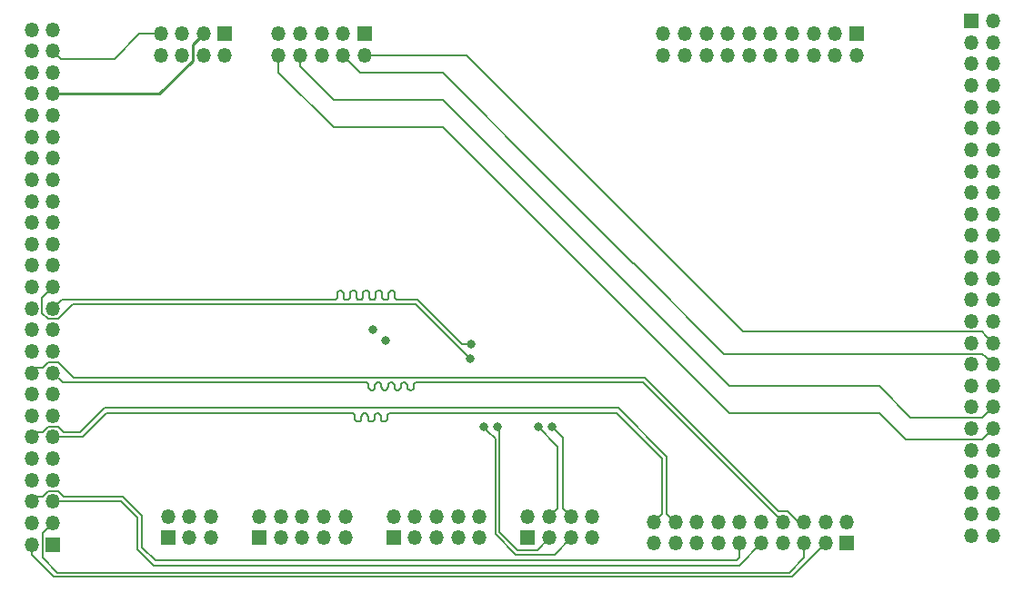
<source format=gbr>
G04 #@! TF.GenerationSoftware,KiCad,Pcbnew,(5.1.2)-1*
G04 #@! TF.CreationDate,2019-06-05T20:45:29-04:00*
G04 #@! TF.ProjectId,riser,72697365-722e-46b6-9963-61645f706362,rev?*
G04 #@! TF.SameCoordinates,Original*
G04 #@! TF.FileFunction,Copper,L3,Inr*
G04 #@! TF.FilePolarity,Positive*
%FSLAX46Y46*%
G04 Gerber Fmt 4.6, Leading zero omitted, Abs format (unit mm)*
G04 Created by KiCad (PCBNEW (5.1.2)-1) date 2019-06-05 20:45:29*
%MOMM*%
%LPD*%
G04 APERTURE LIST*
%ADD10O,1.350000X1.350000*%
%ADD11R,1.350000X1.350000*%
%ADD12C,0.800000*%
%ADD13C,0.200000*%
%ADD14C,0.250000*%
G04 APERTURE END LIST*
D10*
X93300000Y-71600000D03*
X95300000Y-71600000D03*
X93300000Y-73600000D03*
X95300000Y-73600000D03*
X93300000Y-75600000D03*
X95300000Y-75600000D03*
X93300000Y-77600000D03*
X95300000Y-77600000D03*
X93300000Y-79600000D03*
X95300000Y-79600000D03*
X93300000Y-81600000D03*
X95300000Y-81600000D03*
X93300000Y-83600000D03*
X95300000Y-83600000D03*
X93300000Y-85600000D03*
X95300000Y-85600000D03*
X93300000Y-87600000D03*
X95300000Y-87600000D03*
X93300000Y-89600000D03*
X95300000Y-89600000D03*
X93300000Y-91600000D03*
X95300000Y-91600000D03*
X93300000Y-93600000D03*
X95300000Y-93600000D03*
X93300000Y-95600000D03*
X95300000Y-95600000D03*
X93300000Y-97600000D03*
X95300000Y-97600000D03*
X93300000Y-99600000D03*
X95300000Y-99600000D03*
X93300000Y-101600000D03*
X95300000Y-101600000D03*
X93300000Y-103600000D03*
X95300000Y-103600000D03*
X93300000Y-105600000D03*
X95300000Y-105600000D03*
X93300000Y-107600000D03*
X95300000Y-107600000D03*
X93300000Y-109600000D03*
X95300000Y-109600000D03*
X93300000Y-111600000D03*
X95300000Y-111600000D03*
X93300000Y-113600000D03*
X95300000Y-113600000D03*
X93300000Y-115600000D03*
X95300000Y-115600000D03*
X93300000Y-117600000D03*
X95300000Y-117600000D03*
X93300000Y-119600000D03*
D11*
X95300000Y-119600000D03*
D10*
X182800000Y-118800000D03*
X180800000Y-118800000D03*
X182800000Y-116800000D03*
X180800000Y-116800000D03*
X182800000Y-114800000D03*
X180800000Y-114800000D03*
X182800000Y-112800000D03*
X180800000Y-112800000D03*
X182800000Y-110800000D03*
X180800000Y-110800000D03*
X182800000Y-108800000D03*
X180800000Y-108800000D03*
X182800000Y-106800000D03*
X180800000Y-106800000D03*
X182800000Y-104800000D03*
X180800000Y-104800000D03*
X182800000Y-102800000D03*
X180800000Y-102800000D03*
X182800000Y-100800000D03*
X180800000Y-100800000D03*
X182800000Y-98800000D03*
X180800000Y-98800000D03*
X182800000Y-96800000D03*
X180800000Y-96800000D03*
X182800000Y-94800000D03*
X180800000Y-94800000D03*
X182800000Y-92800000D03*
X180800000Y-92800000D03*
X182800000Y-90800000D03*
X180800000Y-90800000D03*
X182800000Y-88800000D03*
X180800000Y-88800000D03*
X182800000Y-86800000D03*
X180800000Y-86800000D03*
X182800000Y-84800000D03*
X180800000Y-84800000D03*
X182800000Y-82800000D03*
X180800000Y-82800000D03*
X182800000Y-80800000D03*
X180800000Y-80800000D03*
X182800000Y-78800000D03*
X180800000Y-78800000D03*
X182800000Y-76800000D03*
X180800000Y-76800000D03*
X182800000Y-74800000D03*
X180800000Y-74800000D03*
X182800000Y-72800000D03*
X180800000Y-72800000D03*
X182800000Y-70800000D03*
D11*
X180800000Y-70800000D03*
D10*
X145500000Y-117000000D03*
X145500000Y-119000000D03*
X143500000Y-117000000D03*
X143500000Y-119000000D03*
X141500000Y-117000000D03*
X141500000Y-119000000D03*
X139500000Y-117000000D03*
D11*
X139500000Y-119000000D03*
D10*
X122500000Y-117000000D03*
X122500000Y-119000000D03*
X120500000Y-117000000D03*
X120500000Y-119000000D03*
X118500000Y-117000000D03*
X118500000Y-119000000D03*
X116500000Y-117000000D03*
X116500000Y-119000000D03*
X114500000Y-117000000D03*
D11*
X114500000Y-119000000D03*
D10*
X135000000Y-117000000D03*
X135000000Y-119000000D03*
X133000000Y-117000000D03*
X133000000Y-119000000D03*
X131000000Y-117000000D03*
X131000000Y-119000000D03*
X129000000Y-117000000D03*
X129000000Y-119000000D03*
X127000000Y-117000000D03*
D11*
X127000000Y-119000000D03*
D10*
X105300000Y-74000000D03*
X105300000Y-72000000D03*
X107300000Y-74000000D03*
X107300000Y-72000000D03*
X109300000Y-74000000D03*
X109300000Y-72000000D03*
X111300000Y-74000000D03*
D11*
X111300000Y-72000000D03*
D10*
X116300000Y-74000000D03*
X116300000Y-72000000D03*
X118300000Y-74000000D03*
X118300000Y-72000000D03*
X120300000Y-74000000D03*
X120300000Y-72000000D03*
X122300000Y-74000000D03*
X122300000Y-72000000D03*
X124300000Y-74000000D03*
D11*
X124300000Y-72000000D03*
D10*
X152100000Y-74000000D03*
X152100000Y-72000000D03*
X154100000Y-74000000D03*
X154100000Y-72000000D03*
X156100000Y-74000000D03*
X156100000Y-72000000D03*
X158100000Y-74000000D03*
X158100000Y-72000000D03*
X160100000Y-74000000D03*
X160100000Y-72000000D03*
X162100000Y-74000000D03*
X162100000Y-72000000D03*
X164100000Y-74000000D03*
X164100000Y-72000000D03*
X166100000Y-74000000D03*
X166100000Y-72000000D03*
X168100000Y-74000000D03*
X168100000Y-72000000D03*
X170100000Y-74000000D03*
D11*
X170100000Y-72000000D03*
D10*
X110000000Y-117000000D03*
X110000000Y-119000000D03*
X108000000Y-117000000D03*
X108000000Y-119000000D03*
X106000000Y-117000000D03*
D11*
X106000000Y-119000000D03*
D10*
X151220040Y-117494080D03*
X151220040Y-119494080D03*
X153220040Y-117494080D03*
X153220040Y-119494080D03*
X155220040Y-117494080D03*
X155220040Y-119494080D03*
X157220040Y-117494080D03*
X157220040Y-119494080D03*
X159220040Y-117494080D03*
X159220040Y-119494080D03*
X161220040Y-117494080D03*
X161220040Y-119494080D03*
X163220040Y-117494080D03*
X163220040Y-119494080D03*
X165220040Y-117494080D03*
X165220040Y-119494080D03*
X167220040Y-117494080D03*
X167220040Y-119494080D03*
X169220040Y-117494080D03*
D11*
X169220040Y-119494080D03*
D12*
X125070000Y-99600002D03*
X126230000Y-100600000D03*
X141720000Y-108640000D03*
X140450000Y-108640000D03*
X136640000Y-108640000D03*
X134213982Y-100906018D03*
X135370000Y-108640000D03*
X134100000Y-102290000D03*
D13*
X105300000Y-72000000D02*
X103340000Y-72000000D01*
X103340000Y-72000000D02*
X100980000Y-74360000D01*
X96060000Y-74360000D02*
X95300000Y-73600000D01*
X100980000Y-74360000D02*
X96060000Y-74360000D01*
D14*
X105180002Y-77600000D02*
X95300000Y-77600000D01*
X108300000Y-74480002D02*
X105180002Y-77600000D01*
X109300000Y-72000000D02*
X108300000Y-73000000D01*
X108300000Y-73000000D02*
X108300000Y-74480002D01*
D13*
X93300000Y-120554594D02*
X93300000Y-119600000D01*
X95370396Y-122624990D02*
X93300000Y-120554594D01*
X167220040Y-119494080D02*
X164089130Y-122624990D01*
X95370000Y-122624990D02*
X132750917Y-122624990D01*
X132750917Y-122624990D02*
X164099130Y-122624990D01*
X95694979Y-122224979D02*
X94324999Y-120854999D01*
X94324999Y-120854999D02*
X94324999Y-118575001D01*
X94324999Y-118575001D02*
X95300000Y-117600000D01*
X165220040Y-119494080D02*
X165220040Y-120857683D01*
X165220040Y-120857683D02*
X163852744Y-122224979D01*
X131209653Y-122224979D02*
X95690000Y-122224979D01*
X163862744Y-122224979D02*
X131209653Y-122224979D01*
X161220040Y-119494080D02*
X160770040Y-119944080D01*
X95300000Y-116175008D02*
X95300000Y-115600000D01*
X104669800Y-121565000D02*
X103141000Y-120036200D01*
X161220040Y-119494080D02*
X159149120Y-121565000D01*
X101625800Y-115600000D02*
X95300000Y-115600000D01*
X159149120Y-121565000D02*
X104669800Y-121565000D01*
X103141000Y-117115200D02*
X101625800Y-115600000D01*
X103141000Y-120036200D02*
X103141000Y-117115200D01*
X159220040Y-119494080D02*
X158663042Y-119494080D01*
X104856200Y-121115000D02*
X103591000Y-119849800D01*
X159220040Y-120857683D02*
X158962723Y-121115000D01*
X103591000Y-116928800D02*
X101812200Y-115150000D01*
X159220040Y-119494080D02*
X159220040Y-120857683D01*
X101812200Y-115150000D02*
X96293002Y-115150000D01*
X103591000Y-119849800D02*
X103591000Y-116928800D01*
X158962723Y-121115000D02*
X104856200Y-121115000D01*
X96293002Y-115150000D02*
X95768001Y-114624999D01*
X95768001Y-114624999D02*
X94831999Y-114624999D01*
X94831999Y-114624999D02*
X94306998Y-115150000D01*
X94306998Y-115150000D02*
X93750000Y-115150000D01*
X93750000Y-115150000D02*
X93300000Y-115600000D01*
X93750000Y-103150000D02*
X93300000Y-103600000D01*
X94306998Y-103150000D02*
X93750000Y-103150000D01*
X94831999Y-102624999D02*
X94306998Y-103150000D01*
X95768001Y-102624999D02*
X94831999Y-102624999D01*
X97211002Y-104068000D02*
X95768001Y-102624999D01*
X150102000Y-104068000D02*
X97211002Y-104068000D01*
X165220040Y-117494080D02*
X164663042Y-117494080D01*
X163688041Y-116519079D02*
X162810737Y-116519079D01*
X164663042Y-117494080D02*
X163688041Y-116519079D01*
X162810737Y-116519079D02*
X150359661Y-104068003D01*
X150359661Y-104068003D02*
X150102003Y-104068003D01*
X150102003Y-104068003D02*
X150102000Y-104068000D01*
X163220040Y-117494080D02*
X150193971Y-104468011D01*
X150193971Y-104468011D02*
X131968011Y-104468011D01*
X131968011Y-104468011D02*
X131568011Y-104468011D01*
X128698176Y-105188301D02*
X128755057Y-105152560D01*
X128634767Y-105210489D02*
X128698176Y-105188301D01*
X128501254Y-105210489D02*
X128568011Y-105218011D01*
X128437845Y-105188301D02*
X128501254Y-105210489D01*
X128380964Y-105152560D02*
X128437845Y-105188301D01*
X127733461Y-104580964D02*
X127780964Y-104533461D01*
X127675532Y-104701254D02*
X127697720Y-104637845D01*
X127668011Y-104768011D02*
X127675532Y-104701254D01*
X127668011Y-104918011D02*
X127668011Y-104768011D01*
X127660489Y-104984767D02*
X127668011Y-104918011D01*
X127638301Y-105048176D02*
X127660489Y-104984767D01*
X127602560Y-105105057D02*
X127638301Y-105048176D01*
X127555057Y-105152560D02*
X127602560Y-105105057D01*
X127498176Y-105188301D02*
X127555057Y-105152560D01*
X127968011Y-104468011D02*
X128034767Y-104475532D01*
X127434767Y-105210489D02*
X127498176Y-105188301D01*
X128980964Y-104533461D02*
X129037845Y-104497720D01*
X125755057Y-104533461D02*
X125802560Y-104580964D01*
X128860489Y-104984767D02*
X128868011Y-104918011D01*
X125698176Y-104497720D02*
X125755057Y-104533461D01*
X128268011Y-104768011D02*
X128268011Y-104918011D01*
X125380964Y-104533461D02*
X125437845Y-104497720D01*
X127060489Y-104701254D02*
X127068011Y-104768011D01*
X125437845Y-104497720D02*
X125501254Y-104475532D01*
X125333461Y-104580964D02*
X125380964Y-104533461D01*
X125275532Y-104701254D02*
X125297720Y-104637845D01*
X128155057Y-104533461D02*
X128202560Y-104580964D01*
X125297720Y-104637845D02*
X125333461Y-104580964D01*
X125268011Y-104768011D02*
X125275532Y-104701254D01*
X128238301Y-104637845D02*
X128260489Y-104701254D01*
X125238301Y-105048176D02*
X125260489Y-104984767D01*
X125155057Y-105152560D02*
X125202560Y-105105057D01*
X125634767Y-104475532D02*
X125698176Y-104497720D01*
X128275532Y-104984767D02*
X128297720Y-105048176D01*
X125098176Y-105188301D02*
X125155057Y-105152560D01*
X125568011Y-104468011D02*
X125634767Y-104475532D01*
X128568011Y-105218011D02*
X128634767Y-105210489D01*
X125034767Y-105210489D02*
X125098176Y-105188301D01*
X125260489Y-104984767D02*
X125268011Y-104918011D01*
X124968011Y-105218011D02*
X125034767Y-105210489D01*
X129168011Y-104468011D02*
X130398263Y-104468011D01*
X124901254Y-105210489D02*
X124968011Y-105218011D01*
X128755057Y-105152560D02*
X128802560Y-105105057D01*
X127780964Y-104533461D02*
X127837845Y-104497720D01*
X124555057Y-104533461D02*
X124602560Y-104580964D01*
X125202560Y-105105057D02*
X125238301Y-105048176D01*
X127837845Y-104497720D02*
X127901254Y-104475532D01*
X124498176Y-104497720D02*
X124555057Y-104533461D01*
X124434767Y-104475532D02*
X124498176Y-104497720D01*
X124368011Y-104468011D02*
X124434767Y-104475532D01*
X128897720Y-104637845D02*
X128933461Y-104580964D01*
X124660489Y-104701254D02*
X124668011Y-104768011D01*
X125268011Y-104918011D02*
X125268011Y-104768011D01*
X126898176Y-104497720D02*
X126955057Y-104533461D01*
X124668011Y-104768011D02*
X124668011Y-104918011D01*
X124780964Y-105152560D02*
X124837845Y-105188301D01*
X95300000Y-103600000D02*
X96168011Y-104468011D01*
X96168011Y-104468011D02*
X124368011Y-104468011D01*
X124602560Y-104580964D02*
X124638301Y-104637845D01*
X126834767Y-104475532D02*
X126898176Y-104497720D01*
X124638301Y-104637845D02*
X124660489Y-104701254D01*
X125501254Y-104475532D02*
X125568011Y-104468011D01*
X128202560Y-104580964D02*
X128238301Y-104637845D01*
X124668011Y-104918011D02*
X124675532Y-104984767D01*
X128098176Y-104497720D02*
X128155057Y-104533461D01*
X124733461Y-105105057D02*
X124780964Y-105152560D01*
X128802560Y-105105057D02*
X128838301Y-105048176D01*
X124675532Y-104984767D02*
X124697720Y-105048176D01*
X124697720Y-105048176D02*
X124733461Y-105105057D01*
X128268011Y-104918011D02*
X128275532Y-104984767D01*
X126768011Y-104468011D02*
X126834767Y-104475532D01*
X128868011Y-104768011D02*
X128875532Y-104701254D01*
X124837845Y-105188301D02*
X124901254Y-105210489D01*
X129101254Y-104475532D02*
X129168011Y-104468011D01*
X128034767Y-104475532D02*
X128098176Y-104497720D01*
X125802560Y-104580964D02*
X125838301Y-104637845D01*
X127180964Y-105152560D02*
X127237845Y-105188301D01*
X128297720Y-105048176D02*
X128333461Y-105105057D01*
X125838301Y-104637845D02*
X125860489Y-104701254D01*
X130398263Y-104468011D02*
X131968011Y-104468011D01*
X125860489Y-104701254D02*
X125868011Y-104768011D01*
X125868011Y-104768011D02*
X125868011Y-104918011D01*
X128333461Y-105105057D02*
X128380964Y-105152560D01*
X125868011Y-104918011D02*
X125875532Y-104984767D01*
X129037845Y-104497720D02*
X129101254Y-104475532D01*
X125875532Y-104984767D02*
X125897720Y-105048176D01*
X127038301Y-104637845D02*
X127060489Y-104701254D01*
X125897720Y-105048176D02*
X125933461Y-105105057D01*
X125933461Y-105105057D02*
X125980964Y-105152560D01*
X128933461Y-104580964D02*
X128980964Y-104533461D01*
X125980964Y-105152560D02*
X126037845Y-105188301D01*
X128875532Y-104701254D02*
X128897720Y-104637845D01*
X126037845Y-105188301D02*
X126101254Y-105210489D01*
X126101254Y-105210489D02*
X126168011Y-105218011D01*
X128868011Y-104918011D02*
X128868011Y-104768011D01*
X126168011Y-105218011D02*
X126234767Y-105210489D01*
X126234767Y-105210489D02*
X126298176Y-105188301D01*
X127068011Y-104768011D02*
X127068011Y-104918011D01*
X126298176Y-105188301D02*
X126355057Y-105152560D01*
X127697720Y-104637845D02*
X127733461Y-104580964D01*
X127068011Y-104918011D02*
X127075532Y-104984767D01*
X126355057Y-105152560D02*
X126402560Y-105105057D01*
X127002560Y-104580964D02*
X127038301Y-104637845D01*
X126402560Y-105105057D02*
X126438301Y-105048176D01*
X126955057Y-104533461D02*
X127002560Y-104580964D01*
X126438301Y-105048176D02*
X126460489Y-104984767D01*
X126460489Y-104984767D02*
X126468011Y-104918011D01*
X126468011Y-104918011D02*
X126468011Y-104768011D01*
X126468011Y-104768011D02*
X126475532Y-104701254D01*
X126475532Y-104701254D02*
X126497720Y-104637845D01*
X126497720Y-104637845D02*
X126533461Y-104580964D01*
X126533461Y-104580964D02*
X126580964Y-104533461D01*
X128260489Y-104701254D02*
X128268011Y-104768011D01*
X126580964Y-104533461D02*
X126637845Y-104497720D01*
X128838301Y-105048176D02*
X128860489Y-104984767D01*
X126637845Y-104497720D02*
X126701254Y-104475532D01*
X126701254Y-104475532D02*
X126768011Y-104468011D01*
X127075532Y-104984767D02*
X127097720Y-105048176D01*
X127901254Y-104475532D02*
X127968011Y-104468011D01*
X127097720Y-105048176D02*
X127133461Y-105105057D01*
X127133461Y-105105057D02*
X127180964Y-105152560D01*
X127237845Y-105188301D02*
X127301254Y-105210489D01*
X127301254Y-105210489D02*
X127368011Y-105218011D01*
X127368011Y-105218011D02*
X127434767Y-105210489D01*
X153220040Y-117494080D02*
X153220040Y-117346040D01*
X95768001Y-108624999D02*
X94831999Y-108624999D01*
X97838800Y-109150000D02*
X96293002Y-109150000D01*
X100097800Y-106891000D02*
X97838800Y-109150000D01*
X152445040Y-111426840D02*
X147909200Y-106891000D01*
X147909200Y-106891000D02*
X100097800Y-106891000D01*
X152445040Y-116719080D02*
X152445040Y-111426840D01*
X96293002Y-109150000D02*
X95768001Y-108624999D01*
X153220040Y-117494080D02*
X152445040Y-116719080D01*
X94831999Y-108624999D02*
X94306998Y-109150000D01*
X94306998Y-109150000D02*
X93750000Y-109150000D01*
X93750000Y-109150000D02*
X93300000Y-109600000D01*
X100284200Y-107341000D02*
X98025200Y-109600000D01*
X123171756Y-107348522D02*
X123105000Y-107341000D01*
X123235165Y-107370710D02*
X123171756Y-107348522D01*
X123292046Y-107406451D02*
X123235165Y-107370710D01*
X123375290Y-107510835D02*
X123339549Y-107453954D01*
X123405000Y-107861660D02*
X123405000Y-107641000D01*
X123412521Y-107928417D02*
X123405000Y-107861660D01*
X123434709Y-107991826D02*
X123412521Y-107928417D01*
X123638243Y-108154139D02*
X123574834Y-108131951D01*
X123705000Y-108161660D02*
X123638243Y-108154139D01*
X123771756Y-108154139D02*
X123705000Y-108161660D01*
X125438243Y-107348522D02*
X125374834Y-107370710D01*
X125505000Y-107341000D02*
X125438243Y-107348522D01*
X125635165Y-107370710D02*
X125571756Y-107348522D01*
X125797478Y-107574244D02*
X125775290Y-107510835D01*
X123997478Y-107928417D02*
X123975290Y-107991826D01*
X125571756Y-107348522D02*
X125505000Y-107341000D01*
X125805000Y-107641000D02*
X125797478Y-107574244D01*
X125092046Y-108096210D02*
X125035165Y-108131951D01*
X125805000Y-107861660D02*
X125805000Y-107641000D01*
X125834709Y-107991826D02*
X125812521Y-107928417D01*
X125870450Y-108048707D02*
X125834709Y-107991826D01*
X124117953Y-107406451D02*
X124070450Y-107453954D01*
X125974834Y-108131951D02*
X125917953Y-108096210D01*
X124539549Y-107453954D02*
X124492046Y-107406451D01*
X126038243Y-108154139D02*
X125974834Y-108131951D01*
X125739549Y-107453954D02*
X125692046Y-107406451D01*
X126105000Y-108161660D02*
X126038243Y-108154139D01*
X125270450Y-107453954D02*
X125234709Y-107510835D01*
X126171756Y-108154139D02*
X126105000Y-108161660D01*
X124717953Y-108096210D02*
X124670450Y-108048707D01*
X126235165Y-108131951D02*
X126171756Y-108154139D01*
X123517953Y-108096210D02*
X123470450Y-108048707D01*
X124005000Y-107861660D02*
X123997478Y-107928417D01*
X126292046Y-108096210D02*
X126235165Y-108131951D01*
X125917953Y-108096210D02*
X125870450Y-108048707D01*
X126638243Y-107348522D02*
X126574834Y-107370710D01*
X124905000Y-108161660D02*
X124838243Y-108154139D01*
X147722800Y-107341000D02*
X126705000Y-107341000D01*
X126470450Y-107453954D02*
X126434709Y-107510835D01*
X151995040Y-111613240D02*
X147722800Y-107341000D01*
X125205000Y-107861660D02*
X125197478Y-107928417D01*
X125692046Y-107406451D02*
X125635165Y-107370710D01*
X124971756Y-108154139D02*
X124905000Y-108161660D01*
X126434709Y-107510835D02*
X126412521Y-107574244D01*
X151220040Y-117494080D02*
X151995040Y-116719080D01*
X126339549Y-108048707D02*
X126292046Y-108096210D01*
X125234709Y-107510835D02*
X125212521Y-107574244D01*
X151995040Y-116719080D02*
X151995040Y-111613240D01*
X123405000Y-107641000D02*
X123397478Y-107574244D01*
X124670450Y-108048707D02*
X124634709Y-107991826D01*
X125775290Y-107510835D02*
X125739549Y-107453954D01*
X124612521Y-107928417D02*
X124605000Y-107861660D01*
X126517953Y-107406451D02*
X126470450Y-107453954D01*
X123105000Y-107341000D02*
X100284200Y-107341000D01*
X124575290Y-107510835D02*
X124539549Y-107453954D01*
X126574834Y-107370710D02*
X126517953Y-107406451D01*
X124605000Y-107641000D02*
X124597478Y-107574244D01*
X126412521Y-107574244D02*
X126405000Y-107641000D01*
X123470450Y-108048707D02*
X123434709Y-107991826D01*
X126405000Y-107641000D02*
X126405000Y-107861660D01*
X125317953Y-107406451D02*
X125270450Y-107453954D01*
X124838243Y-108154139D02*
X124774834Y-108131951D01*
X125812521Y-107928417D02*
X125805000Y-107861660D01*
X95750000Y-109600000D02*
X95300000Y-109600000D01*
X123574834Y-108131951D02*
X123517953Y-108096210D01*
X124034709Y-107510835D02*
X124012521Y-107574244D01*
X126405000Y-107861660D02*
X126397478Y-107928417D01*
X126705000Y-107341000D02*
X126638243Y-107348522D01*
X126397478Y-107928417D02*
X126375290Y-107991826D01*
X125197478Y-107928417D02*
X125175290Y-107991826D01*
X126375290Y-107991826D02*
X126339549Y-108048707D01*
X125205000Y-107641000D02*
X125205000Y-107861660D01*
X123397478Y-107574244D02*
X123375290Y-107510835D01*
X125374834Y-107370710D02*
X125317953Y-107406451D01*
X124597478Y-107574244D02*
X124575290Y-107510835D01*
X125212521Y-107574244D02*
X125205000Y-107641000D01*
X125175290Y-107991826D02*
X125139549Y-108048707D01*
X125139549Y-108048707D02*
X125092046Y-108096210D01*
X125035165Y-108131951D02*
X124971756Y-108154139D01*
X124774834Y-108131951D02*
X124717953Y-108096210D01*
X123339549Y-107453954D02*
X123292046Y-107406451D01*
X124634709Y-107991826D02*
X124612521Y-107928417D01*
X124605000Y-107861660D02*
X124605000Y-107641000D01*
X98025200Y-109600000D02*
X95750000Y-109600000D01*
X124492046Y-107406451D02*
X124435165Y-107370710D01*
X124435165Y-107370710D02*
X124371756Y-107348522D01*
X124371756Y-107348522D02*
X124305000Y-107341000D01*
X124305000Y-107341000D02*
X124238243Y-107348522D01*
X124238243Y-107348522D02*
X124174834Y-107370710D01*
X124174834Y-107370710D02*
X124117953Y-107406451D01*
X124070450Y-107453954D02*
X124034709Y-107510835D01*
X124012521Y-107574244D02*
X124005000Y-107641000D01*
X124005000Y-107641000D02*
X124005000Y-107861660D01*
X123975290Y-107991826D02*
X123939549Y-108048707D01*
X123939549Y-108048707D02*
X123892046Y-108096210D01*
X123892046Y-108096210D02*
X123835165Y-108131951D01*
X123835165Y-108131951D02*
X123771756Y-108154139D01*
X143500000Y-117000000D02*
X142725000Y-116225000D01*
X142725000Y-116225000D02*
X142725000Y-110596800D01*
X142725000Y-110596800D02*
X142725000Y-109645000D01*
X142725000Y-109645000D02*
X141720000Y-108640000D01*
X142275000Y-116225000D02*
X142275000Y-110783200D01*
X141500000Y-117000000D02*
X142275000Y-116225000D01*
X142275000Y-110783200D02*
X142275000Y-110465000D01*
X142275000Y-110465000D02*
X140450000Y-108640000D01*
X121429989Y-96809989D02*
X96090011Y-96809989D01*
X121737510Y-96154705D02*
X121729989Y-96221462D01*
X121759698Y-96091296D02*
X121737510Y-96154705D01*
X121795439Y-96034415D02*
X121759698Y-96091296D01*
X121842942Y-95986912D02*
X121795439Y-96034415D01*
X121963232Y-95928983D02*
X121899823Y-95951171D01*
X122029989Y-95921462D02*
X121963232Y-95928983D01*
X122395439Y-96697035D02*
X122359698Y-96640154D01*
X122442942Y-96744538D02*
X122395439Y-96697035D01*
X122499823Y-96780279D02*
X122442942Y-96744538D01*
X122563232Y-96802467D02*
X122499823Y-96780279D01*
X122629989Y-96809989D02*
X122563232Y-96802467D01*
X122696745Y-96802467D02*
X122629989Y-96809989D01*
X122760154Y-96780279D02*
X122696745Y-96802467D01*
X122817035Y-96744538D02*
X122760154Y-96780279D01*
X122864538Y-96697035D02*
X122817035Y-96744538D01*
X122900279Y-96640154D02*
X122864538Y-96697035D01*
X122922467Y-96576745D02*
X122900279Y-96640154D01*
X122929989Y-96509989D02*
X122922467Y-96576745D01*
X122929989Y-96221462D02*
X122929989Y-96509989D01*
X122937510Y-96154705D02*
X122929989Y-96221462D01*
X122959698Y-96091296D02*
X122937510Y-96154705D01*
X122995439Y-96034415D02*
X122959698Y-96091296D01*
X123042942Y-95986912D02*
X122995439Y-96034415D01*
X123099823Y-95951171D02*
X123042942Y-95986912D01*
X123464538Y-96034415D02*
X123417035Y-95986912D01*
X121617035Y-96744538D02*
X121560154Y-96780279D01*
X123500279Y-96091296D02*
X123464538Y-96034415D01*
X123529989Y-96509989D02*
X123529989Y-96221462D01*
X121664538Y-96697035D02*
X121617035Y-96744538D01*
X123559698Y-96640154D02*
X123537510Y-96576745D01*
X95974999Y-96925001D02*
X95300000Y-97600000D01*
X123699823Y-96780279D02*
X123642942Y-96744538D01*
X121722467Y-96576745D02*
X121700279Y-96640154D01*
X123763232Y-96802467D02*
X123699823Y-96780279D01*
X121729989Y-96221462D02*
X121729989Y-96509989D01*
X123896745Y-96802467D02*
X123829989Y-96809989D01*
X123960154Y-96780279D02*
X123896745Y-96802467D01*
X96090011Y-96809989D02*
X95974999Y-96925001D01*
X124017035Y-96744538D02*
X123960154Y-96780279D01*
X124100279Y-96640154D02*
X124064538Y-96697035D01*
X121729989Y-96509989D02*
X121722467Y-96576745D01*
X124122467Y-96576745D02*
X124100279Y-96640154D01*
X124137510Y-96154705D02*
X124129989Y-96221462D01*
X122322467Y-96154705D02*
X122300279Y-96091296D01*
X124159698Y-96091296D02*
X124137510Y-96154705D01*
X124299823Y-95951171D02*
X124242942Y-95986912D01*
X123360154Y-95951171D02*
X123296745Y-95928983D01*
X126360154Y-96780279D02*
X126296745Y-96802467D01*
X126417035Y-96744538D02*
X126360154Y-96780279D01*
X124722467Y-96154705D02*
X124700279Y-96091296D01*
X122359698Y-96640154D02*
X122337510Y-96576745D01*
X126522467Y-96576745D02*
X126500279Y-96640154D01*
X125329989Y-96509989D02*
X125322467Y-96576745D01*
X126229989Y-96809989D02*
X126163232Y-96802467D01*
X126163232Y-96802467D02*
X126099823Y-96780279D01*
X125760154Y-95951171D02*
X125696745Y-95928983D01*
X123595439Y-96697035D02*
X123559698Y-96640154D01*
X126529989Y-96221462D02*
X126529989Y-96509989D01*
X124795439Y-96697035D02*
X124759698Y-96640154D01*
X126500279Y-96640154D02*
X126464538Y-96697035D01*
X121496745Y-96802467D02*
X121429989Y-96809989D01*
X125217035Y-96744538D02*
X125160154Y-96780279D01*
X122300279Y-96091296D02*
X122264538Y-96034415D01*
X124064538Y-96697035D02*
X124017035Y-96744538D01*
X126559698Y-96091296D02*
X126537510Y-96154705D01*
X123417035Y-95986912D02*
X123360154Y-95951171D01*
X126642942Y-95986912D02*
X126595439Y-96034415D01*
X126464538Y-96697035D02*
X126417035Y-96744538D01*
X123829989Y-96809989D02*
X123763232Y-96802467D01*
X126699823Y-95951171D02*
X126642942Y-95986912D01*
X126099823Y-96780279D02*
X126042942Y-96744538D01*
X125499823Y-95951171D02*
X125442942Y-95986912D01*
X123642942Y-96744538D02*
X123595439Y-96697035D01*
X126763232Y-95928983D02*
X126699823Y-95951171D01*
X121899823Y-95951171D02*
X121842942Y-95986912D01*
X124363232Y-95928983D02*
X124299823Y-95951171D01*
X126960154Y-95951171D02*
X126896745Y-95928983D01*
X127299823Y-96780279D02*
X127242942Y-96744538D01*
X125442942Y-95986912D02*
X125395439Y-96034415D01*
X124242942Y-95986912D02*
X124195439Y-96034415D01*
X129254989Y-96809989D02*
X127429989Y-96809989D01*
X124195439Y-96034415D02*
X124159698Y-96091296D01*
X134213982Y-100906018D02*
X133351018Y-100906018D01*
X127159698Y-96640154D02*
X127137510Y-96576745D01*
X126829989Y-95921462D02*
X126763232Y-95928983D01*
X125322467Y-96576745D02*
X125300279Y-96640154D01*
X124129989Y-96221462D02*
X124129989Y-96509989D01*
X133351018Y-100906018D02*
X129254989Y-96809989D01*
X127363232Y-96802467D02*
X127299823Y-96780279D01*
X121560154Y-96780279D02*
X121496745Y-96802467D01*
X125563232Y-95928983D02*
X125499823Y-95951171D01*
X126296745Y-96802467D02*
X126229989Y-96809989D01*
X125160154Y-96780279D02*
X125096745Y-96802467D01*
X123522467Y-96154705D02*
X123500279Y-96091296D01*
X126896745Y-95928983D02*
X126829989Y-95921462D01*
X127195439Y-96697035D02*
X127159698Y-96640154D01*
X124737510Y-96576745D02*
X124729989Y-96509989D01*
X122329989Y-96509989D02*
X122329989Y-96221462D01*
X124700279Y-96091296D02*
X124664538Y-96034415D01*
X127137510Y-96576745D02*
X127129989Y-96509989D01*
X126595439Y-96034415D02*
X126559698Y-96091296D01*
X124496745Y-95928983D02*
X124429989Y-95921462D01*
X122337510Y-96576745D02*
X122329989Y-96509989D01*
X123163232Y-95928983D02*
X123099823Y-95951171D01*
X127129989Y-96509989D02*
X127129989Y-96221462D01*
X127017035Y-95986912D02*
X126960154Y-95951171D01*
X124729989Y-96509989D02*
X124729989Y-96221462D01*
X122264538Y-96034415D02*
X122217035Y-95986912D01*
X124129989Y-96509989D02*
X124122467Y-96576745D01*
X127129989Y-96221462D02*
X127122467Y-96154705D01*
X123529989Y-96221462D02*
X123522467Y-96154705D01*
X127064538Y-96034415D02*
X127017035Y-95986912D01*
X124963232Y-96802467D02*
X124899823Y-96780279D01*
X126042942Y-96744538D02*
X125995439Y-96697035D01*
X125264538Y-96697035D02*
X125217035Y-96744538D01*
X125995439Y-96697035D02*
X125959698Y-96640154D01*
X121700279Y-96640154D02*
X121664538Y-96697035D01*
X124759698Y-96640154D02*
X124737510Y-96576745D01*
X125959698Y-96640154D02*
X125937510Y-96576745D01*
X125395439Y-96034415D02*
X125359698Y-96091296D01*
X125937510Y-96576745D02*
X125929989Y-96509989D01*
X123296745Y-95928983D02*
X123229989Y-95921462D01*
X125929989Y-96509989D02*
X125929989Y-96221462D01*
X123229989Y-95921462D02*
X123163232Y-95928983D01*
X125929989Y-96221462D02*
X125922467Y-96154705D01*
X123537510Y-96576745D02*
X123529989Y-96509989D01*
X125922467Y-96154705D02*
X125900279Y-96091296D01*
X125629989Y-95921462D02*
X125563232Y-95928983D01*
X125864538Y-96034415D02*
X125817035Y-95986912D01*
X124429989Y-95921462D02*
X124363232Y-95928983D01*
X125817035Y-95986912D02*
X125760154Y-95951171D01*
X122217035Y-95986912D02*
X122160154Y-95951171D01*
X125900279Y-96091296D02*
X125864538Y-96034415D01*
X125337510Y-96154705D02*
X125329989Y-96221462D01*
X125696745Y-95928983D02*
X125629989Y-95921462D01*
X125359698Y-96091296D02*
X125337510Y-96154705D01*
X125329989Y-96221462D02*
X125329989Y-96509989D01*
X122160154Y-95951171D02*
X122096745Y-95928983D01*
X127429989Y-96809989D02*
X127363232Y-96802467D01*
X125300279Y-96640154D02*
X125264538Y-96697035D01*
X126529989Y-96509989D02*
X126522467Y-96576745D01*
X125096745Y-96802467D02*
X125029989Y-96809989D01*
X126537510Y-96154705D02*
X126529989Y-96221462D01*
X125029989Y-96809989D02*
X124963232Y-96802467D01*
X122329989Y-96221462D02*
X122322467Y-96154705D01*
X127242942Y-96744538D02*
X127195439Y-96697035D01*
X124899823Y-96780279D02*
X124842942Y-96744538D01*
X124842942Y-96744538D02*
X124795439Y-96697035D01*
X127122467Y-96154705D02*
X127100279Y-96091296D01*
X124729989Y-96221462D02*
X124722467Y-96154705D01*
X122096745Y-95928983D02*
X122029989Y-95921462D01*
X124664538Y-96034415D02*
X124617035Y-95986912D01*
X127100279Y-96091296D02*
X127064538Y-96034415D01*
X124617035Y-95986912D02*
X124560154Y-95951171D01*
X124560154Y-95951171D02*
X124496745Y-95928983D01*
X136865000Y-108865000D02*
X136640000Y-108640000D01*
X136865000Y-118449300D02*
X136865000Y-108865000D01*
X138545700Y-120130000D02*
X136865000Y-118449300D01*
X141500000Y-119000000D02*
X140370000Y-120130000D01*
X140370000Y-120130000D02*
X138545700Y-120130000D01*
X94275001Y-98018003D02*
X94275001Y-96624999D01*
X94831999Y-98575001D02*
X94275001Y-98018003D01*
X97133002Y-97210000D02*
X95768001Y-98575001D01*
X94275001Y-96624999D02*
X94625001Y-96274999D01*
X94625001Y-96274999D02*
X95300000Y-95600000D01*
X95768001Y-98575001D02*
X94831999Y-98575001D01*
X134100000Y-102290000D02*
X129020000Y-97210000D01*
X129020000Y-97210000D02*
X97133002Y-97210000D01*
X135769999Y-109039999D02*
X135370000Y-108640000D01*
X136464989Y-118614989D02*
X136464989Y-109734989D01*
X138380011Y-120530011D02*
X136464989Y-118614989D01*
X141969989Y-120530011D02*
X138380011Y-120530011D01*
X143500000Y-119000000D02*
X141969989Y-120530011D01*
X136464989Y-109734989D02*
X135769999Y-109039999D01*
X182125001Y-100125001D02*
X182800000Y-100800000D01*
X181775001Y-99775001D02*
X182125001Y-100125001D01*
X159525001Y-99775001D02*
X181775001Y-99775001D01*
X124300000Y-74000000D02*
X133750000Y-74000000D01*
X133750000Y-74000000D02*
X159525001Y-99775001D01*
X182125001Y-102125001D02*
X182800000Y-102800000D01*
X181824999Y-101824999D02*
X182125001Y-102125001D01*
X149340000Y-93400000D02*
X157764999Y-101824999D01*
X157764999Y-101824999D02*
X181824999Y-101824999D01*
X123920000Y-75620000D02*
X131560000Y-75620000D01*
X122300000Y-74000000D02*
X123920000Y-75620000D01*
X131560000Y-75620000D02*
X141700000Y-85760000D01*
X141700000Y-85760000D02*
X141700000Y-85780000D01*
X141700000Y-85780000D02*
X149320000Y-93400000D01*
X149320000Y-93400000D02*
X149340000Y-93400000D01*
X175145001Y-107775001D02*
X181824999Y-107775001D01*
X118300000Y-74000000D02*
X118300000Y-75060000D01*
X118300000Y-75060000D02*
X121400000Y-78160000D01*
X182125001Y-107474999D02*
X182800000Y-106800000D01*
X121400000Y-78160000D02*
X131560000Y-78160000D01*
X131560000Y-78160000D02*
X158230000Y-104830000D01*
X158230000Y-104830000D02*
X172200000Y-104830000D01*
X181824999Y-107775001D02*
X182125001Y-107474999D01*
X172200000Y-104830000D02*
X175145001Y-107775001D01*
X116300000Y-74000000D02*
X116300000Y-75600000D01*
X116300000Y-75600000D02*
X121400000Y-80700000D01*
X121400000Y-80700000D02*
X131560000Y-80700000D01*
X131560000Y-80700000D02*
X158230000Y-107370000D01*
X158230000Y-107370000D02*
X172200000Y-107370000D01*
X182125001Y-109474999D02*
X182800000Y-108800000D01*
X181775001Y-109824999D02*
X182125001Y-109474999D01*
X174654999Y-109824999D02*
X181775001Y-109824999D01*
X172200000Y-107370000D02*
X174654999Y-109824999D01*
M02*

</source>
